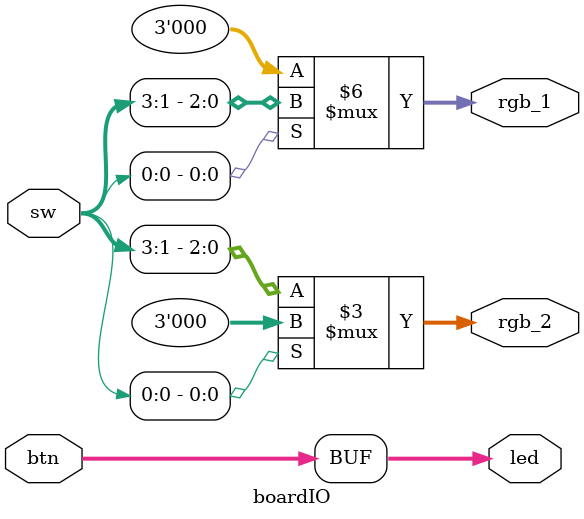
<source format=v>
`timescale 1ns / 1ps

module boardIO(
    input [3:0] btn,
    input [3:0] sw,
    output [3:0] led,
    output reg [2:0] rgb_1,
    output reg [2:0] rgb_2
    );
    assign led = btn; 
    always @ (sw) begin
        if (sw[0]) begin
            rgb_1 = sw[3:1];
            rgb_2 = 3'b000;
        end else begin
            rgb_2 = sw[3:1];
            rgb_1 = 3'b000;
        end
    end
endmodule

</source>
